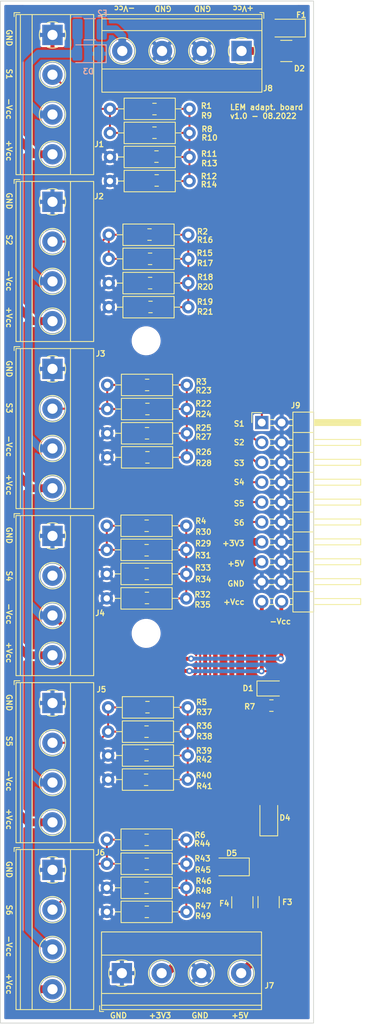
<source format=kicad_pcb>
(kicad_pcb (version 20211014) (generator pcbnew)
  (layers (0 "F.Cu" signal) (31 "B.Cu" signal) (34 "B.Paste" user) (35 "F.Paste" user) (36 "B.SilkS" user "B.Silkscreen") (37 "F.SilkS" user "F.Silkscreen") (38 "B.Mask" user) (39 "F.Mask" user) (44 "Edge.Cuts" user))
  (net 0 "")
  (net 1 "Net-(D1-Pad1)")
  (net 2 "+VCC")
  (net 3 "/S1")
  (net 4 "GND")
  (net 5 "-VCC")
  (net 6 "/S2")
  (net 7 "/S3")
  (net 8 "/S4")
  (net 9 "/S5")
  (net 10 "/S6")
  (net 11 "+3V3")
  (net 12 "+5V")
  (net 13 "-VDD")
  (net 14 "+VDD")
  (net 15 "+5VA")
  (net 16 "+3V3A")
  (net 17 "Net-(R1-Pad1)")
  (net 18 "Net-(R15-Pad1)")
  (net 19 "Net-(R22-Pad1)")
  (net 20 "Net-(R29-Pad1)")
  (net 21 "Net-(R36-Pad1)")
  (net 22 "Net-(R43-Pad1)")
  (footprint "Resistor_THT:R_Axial_DIN0207_L6.3mm_D2.5mm_P10.16mm_Horizontal" (layer "F.Cu") (at 48.5996 67.5386)
    (fp_text reference "R27")
    (fp_text value "DNP")
  )
  (footprint "Resistor_THT:R_Axial_DIN0207_L6.3mm_D2.5mm_P10.16mm_Horizontal" (layer "F.Cu") (at 48.7934 48.3616)
    (fp_text reference "R20")
    (fp_text value "DNP")
  )
  (footprint "Resistor_THT:R_Axial_DIN0207_L6.3mm_D2.5mm_P10.16mm_Horizontal" (layer "F.Cu") (at 58.7088 119.4308 180)
    (fp_text reference "R44")
    (fp_text value "DNP")
  )
  (footprint "TerminalBlock_Phoenix:TerminalBlock_Phoenix_MKDS-1,5-4-5.08_1x04_P5.08mm_Horizontal" (layer "F.Cu") (at 65.7606 18.7196 180)
    (fp_text reference "J8")
    (fp_text value "Conn_01x04")
  )
  (footprint "Resistor_SMD:R_1210_3225Metric_Pad1.30x2.65mm_HandSolder" (layer "F.Cu") (at 71.4756 18.7198)
    (fp_text reference "F1")
    (fp_text value "Polyfuse")
  )
  (footprint "Resistor_THT:R_Axial_DIN0207_L6.3mm_D2.5mm_P10.16mm_Horizontal" (layer "F.Cu") (at 48.9458 35.3314)
    (fp_text reference "R14")
    (fp_text value "DNP")
  )
  (footprint "Resistor_SMD:R_0805_2012Metric_Pad1.20x1.40mm_HandSolder" (layer "F.Cu") (at 54.9148 35.2552)
    (fp_text reference "R12")
    (fp_text value "DNP")
  )
  (footprint "Resistor_THT:R_Axial_DIN0207_L6.3mm_D2.5mm_P10.16mm_Horizontal" (layer "F.Cu") (at 48.7172 111.76)
    (fp_text reference "R41")
    (fp_text value "DNP")
  )
  (footprint "Resistor_SMD:R_0805_2012Metric_Pad1.20x1.40mm_HandSolder" (layer "F.Cu") (at 53.6194 105.6386 180)
    (fp_text reference "R36")
    (fp_text value "DNP")
  )
  (footprint "Resistor_THT:R_Axial_DIN0207_L6.3mm_D2.5mm_P10.16mm_Horizontal" (layer "F.Cu") (at 58.6994 79.3496 180)
    (fp_text reference "R30")
    (fp_text value "DNP")
  )
  (footprint "Resistor_THT:R_Axial_DIN0207_L6.3mm_D2.5mm_P10.16mm_Horizontal" (layer "F.Cu") (at 58.8772 102.5398 180)
    (fp_text reference "R37")
    (fp_text value "DNP")
  )
  (footprint "MountingHole:MountingHole_3.2mm_M3" (layer "F.Cu") (at 53.5686 55.7276)
    (fp_text reference "REF**" hide)
    (fp_text value "MountingHole_3.2mm_M3")
  )
  (footprint "Resistor_THT:R_Axial_DIN0207_L6.3mm_D2.5mm_P10.16mm_Horizontal" (layer "F.Cu") (at 48.5394 88.6206)
    (fp_text reference "R35")
    (fp_text value "DNP")
  )
  (footprint "Resistor_SMD:R_1210_3225Metric_Pad1.30x2.65mm_HandSolder" (layer "F.Cu") (at 69.215 127.4064 90)
    (fp_text reference "F3")
    (fp_text value "Polyfuse")
  )
  (footprint "Connector_PinHeader_2.54mm:PinHeader_2x10_P2.54mm_Horizontal" (layer "F.Cu") (at 68.3402 66.167)
    (fp_text reference "J9")
    (fp_text value "Conn_02x10_Odd_Even")
  )
  (footprint "Resistor_SMD:R_0805_2012Metric_Pad1.20x1.40mm_HandSolder" (layer "F.Cu") (at 54.6354 29.1592 180)
    (fp_text reference "R8")
    (fp_text value "DNP")
  )
  (footprint "Resistor_SMD:R_0805_2012Metric_Pad1.20x1.40mm_HandSolder" (layer "F.Cu") (at 53.6194 125.5776)
    (fp_text reference "R46")
    (fp_text value "DNP")
  )
  (footprint "Resistor_THT:R_Axial_DIN0207_L6.3mm_D2.5mm_P10.16mm_Horizontal" (layer "F.Cu") (at 48.5394 85.4964)
    (fp_text reference "R34")
    (fp_text value "DNP")
  )
  (footprint "Resistor_SMD:R_0805_2012Metric_Pad1.20x1.40mm_HandSolder" (layer "F.Cu") (at 53.6542 128.651)
    (fp_text reference "R47")
    (fp_text value "DNP")
  )
  (footprint "Resistor_SMD:R_0805_2012Metric_Pad1.20x1.40mm_HandSolder" (layer "F.Cu") (at 53.6288 82.4738 180)
    (fp_text reference "R29")
    (fp_text value "DNP")
  )
  (footprint "Resistor_SMD:R_0805_2012Metric" (layer "F.Cu") (at 69.5706 102.3112)
    (fp_text reference "R7")
    (fp_text value "TBD")
  )
  (footprint "Resistor_THT:R_Axial_DIN0207_L6.3mm_D2.5mm_P10.16mm_Horizontal" (layer "F.Cu") (at 48.5582 128.651)
    (fp_text reference "R49")
    (fp_text value "DNP")
  )
  (footprint "Resistor_THT:R_Axial_DIN0207_L6.3mm_D2.5mm_P10.16mm_Horizontal" (layer "F.Cu") (at 58.6994 82.423 180)
    (fp_text reference "R31")
    (fp_text value "DNP")
  )
  (footprint "Resistor_THT:R_Axial_DIN0207_L6.3mm_D2.5mm_P10.16mm_Horizontal" (layer "F.Cu") (at 48.7934 51.435)
    (fp_text reference "R21")
    (fp_text value "DNP")
  )
  (footprint "Diode_SMD:D_1206_3216Metric" (layer "F.Cu") (at 64.4652 122.9106 180)
    (fp_text reference "D5")
    (fp_text value "D_Zener")
  )
  (footprint "Resistor_SMD:R_0805_2012Metric_Pad1.20x1.40mm_HandSolder" (layer "F.Cu") (at 53.6956 61.3664 180)
    (fp_text reference "R3")
    (fp_text value "DNP")
  )
  (footprint "Resistor_SMD:R_1210_3225Metric_Pad1.30x2.65mm_HandSolder" (layer "F.Cu") (at 65.8622 127.4318 90)
    (fp_text reference "F4")
    (fp_text value "Polyfuse")
  )
  (footprint "Resistor_SMD:R_0805_2012Metric_Pad1.20x1.40mm_HandSolder" (layer "F.Cu") (at 54.0004 42.164 180)
    (fp_text reference "R2")
    (fp_text value "DNP")
  )
  (footprint "TerminalBlock_Phoenix:TerminalBlock_Phoenix_MKDS-1,5-4-5.08_1x04_P5.08mm_Horizontal" (layer "F.Cu") (at 41.6052 16.6718 -90)
    (fp_text reference "J1")
    (fp_text value "Conn_01x04")
  )
  (footprint "Resistor_SMD:R_0805_2012Metric_Pad1.20x1.40mm_HandSolder" (layer "F.Cu") (at 54.0766 45.2628 180)
    (fp_text reference "R15")
    (fp_text value "DNP")
  )
  (footprint "Resistor_SMD:R_0805_2012Metric_Pad1.20x1.40mm_HandSolder" (layer "F.Cu") (at 53.6194 108.6358)
    (fp_text reference "R39")
    (fp_text value "DNP")
  )
  (footprint "TerminalBlock_Phoenix:TerminalBlock_Phoenix_MKDS-1,5-4-5.08_1x04_P5.08mm_Horizontal" (layer "F.Cu") (at 41.6052 80.645 -90)
    (fp_text reference "J4")
    (fp_text value "Conn_01x04")
  )
  (footprint "Resistor_SMD:R_0805_2012Metric_Pad1.20x1.40mm_HandSolder" (layer "F.Cu") (at 53.6448 122.5296 180)
    (fp_text reference "R43")
    (fp_text value "DNP")
  )
  (footprint "Resistor_SMD:R_0805_2012Metric_Pad1.20x1.40mm_HandSolder" (layer "F.Cu") (at 53.7304 64.4398 180)
    (fp_text reference "R22")
    (fp_text value "DNP")
  )
  (footprint "TerminalBlock_Phoenix:TerminalBlock_Phoenix_MKDS-1,5-4-5.08_1x04_P5.08mm_Horizontal" (layer "F.Cu") (at 41.6052 123.2916 -90)
    (fp_text reference "J6")
    (fp_text value "Conn_01x04")
  )
  (footprint "Resistor_SMD:R_0805_2012Metric_Pad1.20x1.40mm_HandSolder" (layer "F.Cu") (at 54.1274 51.4096)
    (fp_text reference "R19")
    (fp_text value "DNP")
  )
  (footprint "Resistor_SMD:R_0805_2012Metric_Pad1.20x1.40mm_HandSolder" (layer "F.Cu") (at 53.6702 88.5698)
    (fp_text reference "R32")
    (fp_text value "DNP")
  )
  (footprint "TerminalBlock_Phoenix:TerminalBlock_Phoenix_MKDS-1,5-4-5.08_1x04_P5.08mm_Horizontal" (layer "F.Cu") (at 50.4698 136.4742)
    (fp_text reference "J7")
    (fp_text value "Conn_01x04")
  )
  (footprint "Resistor_THT:R_Axial_DIN0207_L6.3mm_D2.5mm_P10.16mm_Horizontal" (layer "F.Cu") (at 58.7596 61.3664 180)
    (fp_text reference "R23")
    (fp_text value "DNP")
  )
  (footprint "TerminalBlock_Phoenix:TerminalBlock_Phoenix_MKDS-1,5-4-5.08_1x04_P5.08mm_Horizontal" (layer "F.Cu") (at 41.6052 101.981 -90)
    (fp_text reference "J5")
    (fp_text value "Conn_01x04")
  )
  (footprint "Resistor_THT:R_Axial_DIN0207_L6.3mm_D2.5mm_P10.16mm_Horizontal" (layer "F.Cu") (at 59.1058 26.1112 180)
    (fp_text reference "R9")
    (fp_text value "DNP")
  )
  (footprint "Resistor_SMD:R_0805_2012Metric_Pad1.20x1.40mm_HandSolder" (layer "F.Cu") (at 53.7304 70.612)
    (fp_text reference "R26")
    (fp_text value "DNP")
  )
  (footprint "Resistor_SMD:R_0805_2012Metric_Pad1.20x1.40mm_HandSolder" (layer "F.Cu") (at 53.6448 85.4964)
    (fp_text reference "R33")
    (fp_text value "DNP")
  )
  (footprint "Resistor_THT:R_Axial_DIN0207_L6.3mm_D2.5mm_P10.16mm_Horizontal" (layer "F.Cu") (at 48.7172 108.6866)
    (fp_text reference "R42")
    (fp_text value "DNP")
  )
  (footprint "Resistor_SMD:R_0805_2012Metric_Pad1.20x1.40mm_HandSolder" (layer "F.Cu") (at 53.5686 111.7854)
    (fp_text reference "R40")
    (fp_text value "DNP")
  )
  (footprint "Resistor_SMD:R_0805_2012Metric_Pad1.20x1.40mm_HandSolder" (layer "F.Cu") (at 54.6354 26.1366 180)
    (fp_text reference "R1")
    (fp_text value "DNP")
  )
  (footprint "Resistor_SMD:R_0805_2012Metric_Pad1.20x1.40mm_HandSolder" (layer "F.Cu") (at 53.737 102.5144 180)
    (fp_text reference "R5")
    (fp_text value "DNP")
  )
  (footprint "Resistor_SMD:R_0805_2012Metric_Pad1.20x1.40mm_HandSolder" (layer "F.Cu") (at 54.8894 32.2072)
    (fp_text reference "R11")
    (fp_text value "DNP")
  )
  (footprint "Resistor_SMD:R_0805_2012Metric_Pad1.20x1.40mm_HandSolder" (layer "F.Cu") (at 53.6354 79.3496 180)
    (fp_text reference "R4")
    (fp_text value "DNP")
  )
  (footprint "Resistor_THT:R_Axial_DIN0207_L6.3mm_D2.5mm_P10.16mm_Horizontal" (layer "F.Cu") (at 58.7088 122.5042 180)
    (fp_text reference "R45")
    (fp_text value "DNP")
  )
  (footprint "Resistor_THT:R_Axial_DIN0207_L6.3mm_D2.5mm_P10.16mm_Horizontal" (layer "F.Cu") (at 58.8772 105.6386 180)
    (fp_text reference "R38")
    (fp_text value "DNP")
  )
  (footprint "Resistor_THT:R_Axial_DIN0207_L6.3mm_D2.5mm_P10.16mm_Horizontal" (layer "F.Cu") (at 58.9534 42.1894 180)
    (fp_text reference "R16")
    (fp_text value "DNP")
  )
  (footprint "Resistor_SMD:R_0805_2012Metric_Pad1.20x1.40mm_HandSolder" (layer "F.Cu") (at 54.0766 48.3616)
    (fp_text reference "R18")
    (fp_text value "DNP")
  )
  (footprint "Diode_SMD:D_1206_3216Metric" (layer "F.Cu") (at 71.631 15.7988 180)
    (fp_text reference "D2")
    (fp_text value "D_Zener")
  )
  (footprint "Resistor_SMD:R_0805_2012Metric_Pad1.20x1.40mm_HandSolder" (layer "F.Cu") (at 53.6796 67.5386)
    (fp_text reference "R25")
    (fp_text value "DNP")
  )
  (footprint "Resistor_THT:R_Axial_DIN0207_L6.3mm_D2.5mm_P10.16mm_Horizontal" (layer "F.Cu") (at 58.9534 45.2628 180)
    (fp_text reference "R17")
    (fp_text value "DNP")
  )
  (footprint "Diode_SMD:D_1206_3216Metric" (layer "F.Cu") (at 69.2404 116.6622 90)
    (fp_text reference "D4")
    (fp_text value "D_Zener")
  )
  (footprint "TerminalBlock_Phoenix:TerminalBlock_Phoenix_MKDS-1,5-4-5.08_1x04_P5.08mm_Horizontal" (layer "F.Cu") (at 41.6054 37.9824 -90)
    (fp_text reference "J2")
    (fp_text value "Conn_01x04")
  )
  (footprint "Resistor_THT:R_Axial_DIN0207_L6.3mm_D2.5mm_P10.16mm_Horizontal" (layer "F.Cu") (at 59.1058 29.1846 180)
    (fp_text reference "R10")
    (fp_text value "DNP")
  )
  (footprint "Resistor_THT:R_Axial_DIN0207_L6.3mm_D2.5mm_P10.16mm_Horizontal" (layer "F.Cu") (at 48.9458 32.258)
    (fp_text reference "R13")
    (fp_text value "DNP")
  )
  (footprint "Resistor_THT:R_Axial_DIN0207_L6.3mm_D2.5mm_P10.16mm_Horizontal" (layer "F.Cu") (at 48.607 70.612)
    (fp_text reference "R28")
    (fp_text value "DNP")
  )
  (footprint "MountingHole:MountingHole_3.2mm_M3" (layer "F.Cu") (at 53.5686 93.091)
    (fp_text reference "REF**" hide)
    (fp_text value "MountingHole_3.2mm_M3")
  )
  (footprint "Resistor_SMD:R_0805_2012Metric_Pad1.20x1.40mm_HandSolder" (layer "F.Cu") (at 53.6288 119.4562 180)
    (fp_text reference "R6")
    (fp_text value "DNP")
  )
  (footprint "Resistor_THT:R_Axial_DIN0207_L6.3mm_D2.5mm_P10.16mm_Horizontal" (layer "F.Cu") (at 48.5488 125.5776)
    (fp_text reference "R48")
    (fp_text value "DNP")
  )
  (footprint "LED_SMD:LED_0805_2012Metric_Pad1.15x1.40mm_HandSolder" (layer "F.Cu") (at 69.587 100.1268)
    (fp_text reference "D1")
    (fp_text value "LED")
  )
  (footprint "TerminalBlock_Phoenix:TerminalBlock_Phoenix_MKDS-1,5-4-5.08_1x04_P5.08mm_Horizontal" (layer "F.Cu") (at 41.6052 59.3184 -90)
    (fp_text reference "J3")
    (fp_text value "Conn_01x04")
  )
  (footprint "Resistor_THT:R_Axial_DIN0207_L6.3mm_D2.5mm_P10.16mm_Horizontal" (layer "F.Cu") (at 58.7596 64.4398 180)
    (fp_text reference "R24")
    (fp_text value "DNP")
  )
  (footprint "Resistor_SMD:R_1210_3225Metric_Pad1.30x2.65mm_HandSolder" (layer "B.Cu") (at 46.355 15.9512 180)
    (fp_text reference "F2")
    (fp_text value "Polyfuse")
  )
  (footprint "Diode_SMD:D_1206_3216Metric" (layer "B.Cu") (at 46.1772 19.0754 180)
    (fp_text reference "D3")
    (fp_text value "D_Zener")
  )
  (gr_rect (start 34.9504 142.8496) (end 74.9554 12.3444) (layer "Edge.Cuts") (width 0.1) (fill none))
  (gr_text "GND" (at 36.068 17.0434 270) (layer "F.SilkS") (effects (font (size 0.7 0.7))))
  (gr_text "S5" (at 65.451 76.5048) (layer "F.SilkS") (effects (font (size 0.7 0.7))))
  (gr_text "-Vcc" (at 36.068 48.0568 270) (layer "F.SilkS") (effects (font (size 0.7 0.7))))
  (gr_text "-Vcc" (at 36.068 69.1896 270) (layer "F.SilkS") (effects (font (size 0.7 0.7))))
  (gr_text "GND" (at 50.038 141.8844) (layer "F.SilkS") (effects (font (size 0.7 0.7))))
  (gr_text "+5V" (at 65.051 84.1756) (layer "F.SilkS") (effects (font (size 0.7 0.7))))
  (gr_text "GND" (at 36.068 123.2408 270) (layer "F.SilkS") (effects (font (size 0.7 0.7))))
  (gr_text "-Vcc" (at 50.8 13.3096 180) (layer "F.SilkS") (effects (font (size 0.7 0.7))))
  (gr_text "S1" (at 36.068 21.6662 270) (layer "F.SilkS") (effects (font (size 0.7 0.7))))
  (gr_text "S5" (at 36.068 106.8578 270) (layer "F.SilkS") (effects (font (size 0.7 0.7))))
  (gr_text "+Vcc" (at 36.068 95.5294 270) (layer "F.SilkS") (effects (font (size 0.7 0.7))))
  (gr_text "S4" (at 36.068 85.7758 270) (layer "F.SilkS") (effects (font (size 0.7 0.7))))
  (gr_text "+Vcc" (at 36.068 74.1172 270) (layer "F.SilkS") (effects (font (size 0.7 0.7))))
  (gr_text "+Vcc" (at 36.068 52.7304 270) (layer "F.SilkS") (effects (font (size 0.7 0.7))))
  (gr_text "-Vcc" (at 36.068 26.1112 270) (layer "F.SilkS") (effects (font (size 0.7 0.7))))
  (gr_text "-Vcc" (at 36.068 111.9124 270) (layer "F.SilkS") (effects (font (size 0.7 0.7))))
  (gr_text "S3" (at 36.068 64.3128 270) (layer "F.SilkS") (effects (font (size 0.7 0.7))))
  (gr_text "+Vcc" (at 36.068 116.8146 270) (layer "F.SilkS") (effects (font (size 0.7 0.7))))
  (gr_text "-Vcc" (at 70.7136 91.567) (layer "F.SilkS") (effects (font (size 0.7 0.7))))
  (gr_text "S1" (at 65.451 66.3194) (layer "F.SilkS") (effects (font (size 0.7 0.7))))
  (gr_text "GND" (at 36.068 59.309 270) (layer "F.SilkS") (effects (font (size 0.7 0.7))))
  (gr_text "GND" (at 36.068 37.8714 270) (layer "F.SilkS") (effects (font (size 0.7 0.7))))
  (gr_text "GND" (at 60.452 141.8844) (layer "F.SilkS") (effects (font (size 0.7 0.7))))
  (gr_text "S3" (at 65.451 71.3486) (layer "F.SilkS") (effects (font (size 0.7 0.7))))
  (gr_text "S4" (at 65.451 73.787) (layer "F.SilkS") (effects (font (size 0.7 0.7))))
  (gr_text "S6" (at 36.068 128.4224 270) (layer "F.SilkS") (effects (font (size 0.7 0.7))))
  (gr_text "-Vcc" (at 36.068 90.6018 270) (layer "F.SilkS") (effects (font (size 0.7 0.7))))
  (gr_text "+3V3" (at 55.3466 141.8844) (layer "F.SilkS") (effects (font (size 0.7 0.7))))
  (gr_text "GND" (at 36.068 101.9302 270) (layer "F.SilkS") (effects (font (size 0.7 0.7))))
  (gr_text "S6" (at 65.451 78.9686) (layer "F.SilkS") (effects (font (size 0.7 0.7))))
  (gr_text "+Vcc" (at 36.068 137.8458 270) (layer "F.SilkS") (effects (font (size 0.7 0.7))))
  (gr_text "+Vcc" (at 64.784333 89.0778) (layer "F.SilkS") (effects (font (size 0.7 0.7))))
  (gr_text "S2" (at 65.451 68.707) (layer "F.SilkS") (effects (font (size 0.7 0.7))))
  (gr_text "+3V3" (at 64.717667 81.5848) (layer "F.SilkS") (effects (font (size 0.7 0.7))))
  (gr_text "GND" (at 36.068 80.5688 270) (layer "F.SilkS") (effects (font (size 0.7 0.7))))
  (gr_text "-Vcc" (at 36.068 133.0452 270) (layer "F.SilkS") (effects (font (size 0.7 0.7))))
  (gr_text "+Vcc" (at 36.068 31.4452 270) (layer "F.SilkS") (effects (font (size 0.7 0.7))))
  (gr_text "S2" (at 36.068 42.8498 270) (layer "F.SilkS") (effects (font (size 0.7 0.7))))
  (gr_text "+5V" (at 65.5574 141.8844) (layer "F.SilkS") (effects (font (size 0.7 0.7))))
  (gr_text "GND" (at 65.051 86.741) (layer "F.SilkS") (effects (font (size 0.7 0.7))))
  (gr_text "LEM adapt. board\nv1.0 - 08.2022" (at 64.2112 26.4668) (layer "F.SilkS") (effects (font (size 0.7 0.7)) (justify left)))
  (gr_text "GND" (at 55.7276 13.3096 180) (layer "F.SilkS") (effects (font (size 0.7 0.7))))
  (gr_text "+Vcc" (at 65.9638 13.3096 180) (layer "F.SilkS") (effects (font (size 0.7 0.7))))
  (gr_text "GND" (at 60.7822 13.3096 180) (layer "F.SilkS") (effects (font (size 0.7 0.7))))
  (segment (start 68.562 102.2151) (end 68.6581 102.3112) (width 0.254) (layer "F.Cu") (net 1))
  (segment (start 68.562 100.1268) (end 68.562 102.2151) (width 0.254) (layer "F.Cu") (net 1))
  (segment (start 39.0746 53.2224) (end 37.1348 51.2826) (width 1) (layer "F.Cu") (net 2))
  (segment (start 41.6052 95.885) (end 38.4048 95.885) (width 1) (layer "F.Cu") (net 2))
  (segment (start 72.4154 13.6652) (end 38.4556 13.6652) (width 1) (layer "F.Cu") (net 2))
  (segment (start 41.6052 117.221) (end 38.481 117.221) (width 1) (layer "F.Cu") (net 2))
  (segment (start 73.031 15.7988) (end 73.031 14.2808) (width 1) (layer "F.Cu") (net 2))
  (segment (start 41.6052 74.5584) (end 38.9222 74.5584) (width 1) (layer "F.Cu") (net 2))
  (segment (start 68.3006 97.917) (end 70.2818 97.917) (width 0.254) (layer "F.Cu") (net 2))
  (segment (start 41.6052 31.9118) (end 39.2524 31.9118) (width 1) (layer "F.Cu") (net 2))
  (segment (start 37.1348 136.8552) (end 38.8112 138.5316) (width 1) (layer "F.Cu") (net 2))
  (segment (start 68.3006 97.917) (end 68.3402 97.8774) (width 0.5) (layer "F.Cu") (net 2))
  (segment (start 38.8112 138.5316) (end 41.6052 138.5316) (width 1) (layer "F.Cu") (net 2))
  (segment (start 41.6054 53.2224) (end 39.0746 53.2224) (width 1) (layer "F.Cu") (net 2))
  (segment (start 37.1348 51.2826) (end 37.1348 72.771) (width 1) (layer "F.Cu") (net 2))
  (segment (start 70.612 98.2472) (end 70.612 100.1268) (width 0.254) (layer "F.Cu") (net 2))
  (segment (start 73.0256 15.8042) (end 73.031 15.7988) (width 1) (layer "F.Cu") (net 2))
  (segment (start 37.1348 115.8748) (end 37.1348 136.8552) (width 1) (layer "F.Cu") (net 2))
  (segment (start 38.4556 13.6652) (end 37.1348 14.986) (width 1) (layer "F.Cu") (net 2))
  (segment (start 37.1348 72.771) (end 37.1348 94.615) (width 1) (layer "F.Cu") (net 2))
  (segment (start 37.1348 29.7942) (end 37.1348 51.2826) (width 1) (layer "F.Cu") (net 2))
  (segment (start 37.1348 14.986) (end 37.1348 29.7942) (width 1) (layer "F.Cu") (net 2))
  (segment (start 73.031 14.2808) (end 72.4154 13.6652) (width 1) (layer "F.Cu") (net 2))
  (segment (start 43.6118 97.8916) (end 41.6052 95.885) (width 0.5) (layer "F.Cu") (net 2))
  (segment (start 73.0256 18.7198) (end 73.0256 15.8042) (width 1) (layer "F.Cu") (net 2))
  (segment (start 38.9222 74.5584) (end 37.1348 72.771) (width 1) (layer "F.Cu") (net 2))
  (segment (start 59.1058 97.8916) (end 43.6118 97.8916) (width 0.5) (layer "F.Cu") (net 2))
  (segment (start 70.2818 97.917) (end 70.612 98.2472) (width 0.254) (layer "F.Cu") (net 2))
  (segment (start 39.2524 31.9118) (end 37.1348 29.7942) (width 1) (layer "F.Cu") (net 2))
  (segment (start 38.4048 95.885) (end 37.1348 94.615) (width 1) (layer "F.Cu") (net 2))
  (segment (start 37.1348 94.615) (end 37.1348 115.8748) (width 1) (layer "F.Cu") (net 2))
  (segment (start 38.481 117.221) (end 37.1348 115.8748) (width 1) (layer "F.Cu") (net 2))
  (segment (start 68.3402 97.8774) (end 68.3402 89.027) (width 0.5) (layer "F.Cu") (net 2))
  (via (at 68.3006 97.917) (size 0.8) (drill 0.4) (layers "F.Cu" "B.Cu") (net 2))
  (via (at 59.1058 97.8916) (size 0.8) (drill 0.4) (layers "F.Cu" "B.Cu") (net 2))
  (segment (start 68.3006 97.917) (end 59.1312 97.917) (width 0.5) (layer "B.Cu") (net 2))
  (segment (start 59.1312 97.917) (end 59.1058 97.8916) (width 0.5) (layer "B.Cu") (net 2))
  (segment (start 41.6052 21.7518) (end 45.9646 26.1112) (width 0.254) (layer "F.Cu") (net 3))
  (segment (start 68.3514 65.8876) (end 68.072 66.167) (width 0.254) (layer "F.Cu") (net 3))
  (segment (start 53.6354 26.1366) (end 53.6354 25.4094) (width 0.254) (layer "F.Cu") (net 3))
  (segment (start 53.6354 25.4094) (end 54.4322 24.6126) (width 0.254) (layer "F.Cu") (net 3))
  (segment (start 48.9458 26.1112) (end 48.9458 29.1846) (width 0.254) (layer "F.Cu") (net 3))
  (segment (start 48.9458 26.1112) (end 53.61 26.1112) (width 0.254) (layer "F.Cu") (net 3))
  (segment (start 54.4322 24.6126) (end 61.1378 24.6126) (width 0.254) (layer "F.Cu") (net 3))
  (segment (start 53.61 29.1846) (end 53.6354 29.1592) (width 0.254) (layer "F.Cu") (net 3))
  (segment (start 45.9646 26.1112) (end 48.9458 26.1112) (width 0.254) (layer "F.Cu") (net 3))
  (segment (start 53.61 26.1112) (end 53.6354 26.1366) (width 0.254) (layer "F.Cu") (net 3))
  (segment (start 48.9458 29.1846) (end 53.61 29.1846) (width 0.254) (layer "F.Cu") (net 3))
  (segment (start 61.1378 24.6126) (end 68.3514 31.8262) (width 0.254) (layer "F.Cu") (net 3))
  (segment (start 68.3514 31.8262) (end 68.3514 65.8876) (width 0.254) (layer "F.Cu") (net 3))
  (segment (start 41.672 16.7386) (end 41.6052 16.6718) (width 1) (layer "B.Cu") (net 4))
  (segment (start 59.2836 96.3422) (end 47.1424 96.3422) (width 0.5) (layer "F.Cu") (net 5))
  (segment (start 47.1424 96.3422) (end 41.6052 90.805) (width 0.5) (layer "F.Cu") (net 5))
  (segment (start 70.8406 96.2406) (end 70.8406 89.0666) (width 0.5) (layer "F.Cu") (net 5))
  (segment (start 59.309 96.3168) (end 59.2836 96.3422) (width 0.5) (layer "F.Cu") (net 5))
  (segment (start 70.7644 96.3168) (end 70.8406 96.2406) (width 0.5) (layer "F.Cu") (net 5))
  (segment (start 70.8406 89.0666) (end 70.8802 89.027) (width 0.5) (layer "F.Cu") (net 5))
  (via (at 70.7644 96.3168) (size 0.8) (drill 0.4) (layers "F.Cu" "B.Cu") (net 5))
  (via (at 59.309 96.3168) (size 0.8) (drill 0.4) (layers "F.Cu" "B.Cu") (net 5))
  (segment (start 44.805 19.0476) (end 44.7772 19.0754) (width 1) (layer "B.Cu") (net 5))
  (segment (start 70.7644 96.3168) (end 59.309 96.3168) (width 0.5) (layer "B.Cu") (net 5))
  (segment (start 38.5826 130.8608) (end 41.1734 133.4516) (width 1) (layer "B.Cu") (net 5))
  (segment (start 40.132 90.805) (end 38.5826 89.2556) (width 1) (layer "B.Cu") (net 5))
  (segment (start 39.8018 19.0754) (end 38.5826 20.2946) (width 1) (layer "B.Cu") (net 5))
  (segment (start 41.6052 69.4784) (end 40.0652 69.4784) (width 1) (layer "B.Cu") (net 5))
  (segment (start 38.5826 25.4) (end 38.5826 46.5582) (width 1) (layer "B.Cu") (net 5))
  (segment (start 41.6054 48.1424) (end 40.1668 48.1424) (width 1) (layer "B.Cu") (net 5))
  (segment (start 44.805 15.9512) (end 44.805 19.0476) (width 1) (layer "B.Cu") (net 5))
  (segment (start 38.5826 89.2556) (end 38.5826 110.617) (width 1) (layer "B.Cu") (net 5))
  (segment (start 38.5826 46.5582) (end 38.5826 67.9958) (width 1) (layer "B.Cu") (net 5))
  (segment (start 41.6052 90.805) (end 40.132 90.805) (width 1) (layer "B.Cu") (net 5))
  (segment (start 40.1066 112.141) (end 38.5826 110.617) (width 1) (layer "B.Cu") (net 5))
  (segment (start 38.5826 20.2946) (end 38.5826 25.4) (width 1) (layer "B.Cu") (net 5))
  (segment (start 44.7772 19.0754) (end 39.8018 19.0754) (width 1) (layer "B.Cu") (net 5))
  (segment (start 38.5826 67.9958) (end 38.5826 89.2556) (width 1) (layer "B.Cu") (net 5))
  (segment (start 41.6052 26.8318) (end 40.0144 26.8318) (width 1) (layer "B.Cu") (net 5))
  (segment (start 40.0144 26.8318) (end 38.5826 25.4) (width 1) (layer "B.Cu") (net 5))
  (segment (start 41.6052 112.141) (end 40.1066 112.141) (width 1) (layer "B.Cu") (net 5))
  (segment (start 40.1668 48.1424) (end 38.5826 46.5582) (width 1) (layer "B.Cu") (net 5))
  (segment (start 38.5826 110.617) (end 38.5826 130.8608) (width 1) (layer "B.Cu") (net 5))
  (segment (start 40.0652 69.4784) (end 38.5826 67.9958) (width 1) (layer "B.Cu") (net 5))
  (segment (start 41.1734 133.4516) (end 41.6052 133.4516) (width 1) (layer "B.Cu") (net 5))
  (segment (start 64.7446 44.196) (end 60.4774 39.9288) (width 0.254) (layer "F.Cu") (net 6))
  (segment (start 52.975 42.1894) (end 53.0004 42.164) (width 0.254) (layer "F.Cu") (net 6))
  (segment (start 41.6054 43.0624) (end 47.9204 43.0624) (width 0.254) (layer "F.Cu") (net 6))
  (segment (start 54.4576 39.9288) (end 53.0004 41.386) (width 0.254) (layer "F.Cu") (net 6))
  (segment (start 68.072 68.707) (end 67.8688 68.707) (width 0.254) (layer "F.Cu") (net 6))
  (segment (start 53.0766 45.2628) (end 48.7934 45.2628) (width 0.254) (layer "F.Cu") (net 6))
  (segment (start 48.7934 42.1894) (end 52.975 42.1894) (width 0.254) (layer "F.Cu") (net 6))
  (segment (start 64.7446 65.5828) (end 64.7446 44.196) (width 0.254) (layer "F.Cu") (net 6))
  (segment (start 48.7934 42.1894) (end 48.7934 45.2628) (width 0.254) (layer "F.Cu") (net 6))
  (segment (start 67.8688 68.707) (end 64.7446 65.5828) (width 0.254) (layer "F.Cu") (net 6))
  (segment (start 60.4774 39.9288) (end 54.4576 39.9288) (width 0.254) (layer "F.Cu") (net 6))
  (segment (start 47.9204 43.0624) (end 48.7934 42.1894) (width 0.254) (layer "F.Cu") (net 6))
  (segment (start 53.0004 41.386) (end 53.0004 42.164) (width 0.254) (layer "F.Cu") (net 6))
  (segment (start 48.5996 61.3664) (end 52.6956 61.3664) (width 0.254) (layer "F.Cu") (net 7))
  (segment (start 52.6956 60.8932) (end 52.6956 61.3664) (width 0.254) (layer "F.Cu") (net 7))
  (segment (start 62.0268 65.659) (end 62.0268 61.341) (width 0.254) (layer "F.Cu") (net 7))
  (segment (start 48.5582 64.3984) (end 48.5996 64.4398) (width 0.254) (layer "F.Cu") (net 7))
  (segment (start 60.198 59.5122) (end 54.0766 59.5122) (width 0.254) (layer "F.Cu") (net 7))
  (segment (start 41.6052 64.3984) (end 48.5582 64.3984) (width 0.254) (layer "F.Cu") (net 7))
  (segment (start 52.7304 61.4012) (end 52.6956 61.3664) (width 0.254) (layer "F.Cu") (net 7))
  (segment (start 54.0766 59.5122) (end 52.6956 60.8932) (width 0.254) (layer "F.Cu") (net 7))
  (segment (start 68.072 71.247) (end 67.6148 71.247) (width 0.254) (layer "F.Cu") (net 7))
  (segment (start 48.5996 61.3664) (end 48.5996 64.4398) (width 0.254) (layer "F.Cu") (net 7))
  (segment (start 62.0268 61.341) (end 60.198 59.5122) (width 0.254) (layer "F.Cu") (net 7))
  (segment (start 67.6148 71.247) (end 62.0268 65.659) (width 0.254) (layer "F.Cu") (net 7))
  (segment (start 52.7304 64.4398) (end 52.7304 61.4012) (width 0.254) (layer "F.Cu") (net 7))
  (segment (start 48.5996 64.4398) (end 52.7304 64.4398) (width 0.254) (layer "F.Cu") (net 7))
  (segment (start 48.5394 79.3496) (end 52.6354 79.3496) (width 0.254) (layer "F.Cu") (net 8))
  (segment (start 55.372 73.787) (end 52.6354 76.5236) (width 0.254) (layer "F.Cu") (net 8))
  (segment (start 41.6052 85.725) (end 44.9072 82.423) (width 0.254) (layer "F.Cu") (net 8))
  (segment (start 52.6354 82.4672) (end 52.6288 82.4738) (width 0.254) (layer "F.Cu") (net 8))
  (segment (start 52.6354 79.3496) (end 52.6354 82.4672) (width 0.254) (layer "F.Cu") (net 8))
  (segment (start 52.6288 82.4738) (end 52.578 82.423) (width 0.254) (layer "F.Cu") (net 8))
  (segment (start 68.072 73.787) (end 55.372 73.787) (width 0.254) (layer "F.Cu") (net 8))
  (segment (start 52.6354 76.5236) (end 52.6354 79.3496) (width 0.254) (layer "F.Cu") (net 8))
  (segment (start 44.9072 82.423) (end 48.5394 82.423) (width 0.254) (layer "F.Cu") (net 8))
  (segment (start 48.5394 79.3496) (end 48.5394 82.423) (width 0.254) (layer "F.Cu") (net 8))
  (segment (start 52.578 82.423) (end 48.5394 82.423) (width 0.254) (layer "F.Cu") (net 8))
  (segment (start 64.5414 76.327) (end 68.072 76.327) (width 0.254) (layer "F.Cu") (net 9))
  (segment (start 52.737 105.521) (end 52.6194 105.6386) (width 0.254) (layer "F.Cu") (net 9))
  (segment (start 41.6052 107.061) (end 47.2948 107.061) (width 0.254) (layer "F.Cu") (net 9))
  (segment (start 53.975 99.8474) (end 58.9788 99.8474) (width 0.254) (layer "F.Cu") (net 9))
  (segment (start 60.4774 98.3488) (end 60.4774 80.391) (width 0.254) (layer "F.Cu") (net 9))
  (segment (start 52.6194 105.6386) (end 48.7172 105.6386) (width 0.254) (layer "F.Cu") (net 9))
  (segment (start 52.737 101.0854) (end 53.975 99.8474) (width 0.254) (layer "F.Cu") (net 9))
  (segment (start 60.4774 80.391) (end 64.5414 76.327) (width 0.254) (layer "F.Cu") (net 9))
  (segment (start 58.9788 99.8474) (end 60.4774 98.3488) (width 0.254) (layer "F.Cu") (net 9))
  (segment (start 52.737 102.5144) (end 52.737 105.521) (width 0.254) (layer "F.Cu") (net 9))
  (segment (start 52.7116 102.5398) (end 52.737 102.5144) (width 0.254) (layer "F.Cu") (net 9))
  (segment (start 48.7172 102.5398) (end 52.7116 102.5398) (width 0.254) (layer "F.Cu") (net 9))
  (segment (start 52.737 102.5144) (end 52.737 101.0854) (width 0.254) (layer "F.Cu") (net 9))
  (segment (start 48.7172 105.6386) (end 48.7172 102.5398) (width 0.254) (layer "F.Cu") (net 9))
  (segment (start 47.2948 107.061) (end 48.7172 105.6386) (width 0.254) (layer "F.Cu") (net 9))
  (segment (start 66.4148 78.867) (end 68.072 78.867) (width 0.254) (layer "F.Cu") (net 10))
  (segment (start 47.4726 122.5042) (end 48.5488 122.5042) (width 0.254) (layer "F.Cu") (net 10))
  (segment (start 52.6034 119.4308) (end 52.6288 119.4562) (width 0.254) (layer "F.Cu") (net 10))
  (segment (start 60.4774 116.6114) (end 53.8734 116.6114) (width 0.254) (layer "F.Cu") (net 10))
  (segment (start 52.6288 117.856) (end 52.6288 119.4562) (width 0.254) (layer "F.Cu") (net 10))
  (segment (start 48.5488 119.4308) (end 48.5488 122.5042) (width 0.254) (layer "F.Cu") (net 10))
  (segment (start 53.8734 116.6114) (end 52.6288 117.856) (width 0.254) (layer "F.Cu") (net 10))
  (segment (start 52.6288 119.4562) (end 52.6448 119.4722) (width 0.254) (layer "F.Cu") (net 10))
  (segment (start 41.6052 128.3716) (end 47.4726 122.5042) (width 0.254) (layer "F.Cu") (net 10))
  (segment (start 61.7474 115.3414) (end 60.4774 116.6114) (width 0.254) (layer "F.Cu") (net 10))
  (segment (start 52.6194 122.5042) (end 48.5488 122.5042) (width 0.254) (layer "F.Cu") (net 10))
  (segment (start 52.6448 119.4722) (end 52.6448 122.5296) (width 0.254) (layer "F.Cu") (net 10))
  (segment (start 48.5488 119.4308) (end 52.6034 119.4308) (width 0.254) (layer "F.Cu") (net 10))
  (segment (start 52.6448 122.5296) (end 52.6194 122.5042) (width 0.254) (layer "F.Cu") (net 10))
  (segment (start 61.7474 83.5344) (end 66.4148 78.867) (width 0.254) (layer "F.Cu") (net 10))
  (segment (start 61.7474 83.5344) (end 61.7474 115.3414) (width 0.254) (layer "F.Cu") (net 10))
  (segment (start 65.8652 122.9106) (end 65.8652 125.8788) (width 1) (layer "F.Cu") (net 11))
  (segment (start 65.8652 121.3896) (end 63.4492 118.9736) (width 1) (layer "F.Cu") (net 11))
  (segment (start 65.8652 122.9106) (end 65.8652 121.3896) (width 1) (layer "F.Cu") (net 11))
  (segment (start 63.4492 85.0646) (end 67.1068 81.407) (width 1) (layer "F.Cu") (net 11))
  (segment (start 65.8652 125.8788) (end 65.8622 125.8818) (width 1) (layer "F.Cu") (net 11))
  (segment (start 63.4492 118.9736) (end 63.4492 85.0646) (width 1) (layer "F.Cu") (net 11))
  (segment (start 67.1068 81.407) (end 68.072 81.407) (width 1) (layer "F.Cu") (net 11))
  (segment (start 65.5828 85.7758) (end 67.4116 83.947) (width 1) (layer "F.Cu") (net 12))
  (segment (start 65.5828 117.5258) (end 65.5828 85.7758) (width 1) (layer "F.Cu") (net 12))
  (segment (start 69.2404 121.1326) (end 69.215 121.158) (width 1) (layer "F.Cu") (net 12))
  (segment (start 67.4116 83.947) (end 68.072 83.947) (width 1) (layer "F.Cu") (net 12))
  (segment (start 69.215 125.8564) (end 69.215 121.158) (width 1) (layer "F.Cu") (net 12))
  (segment (start 69.2404 118.0622) (end 69.2404 121.1326) (width 1) (layer "F.Cu") (net 12))
  (segment (start 69.215 121.158) (end 65.5828 117.5258) (width 1) (layer "F.Cu") (net 12))
  (segment (start 50.5206 16.8148) (end 50.5206 18.7196) (width 1) (layer "B.Cu") (net 13))
  (segment (start 47.905 15.9512) (end 49.657 15.9512) (width 1) (layer "B.Cu") (net 13))
  (segment (start 49.657 15.9512) (end 50.5206 16.8148) (width 1) (layer "B.Cu") (net 13))
  (segment (start 69.9254 18.7196) (end 69.9256 18.7198) (width 1) (layer "F.Cu") (net 14))
  (segment (start 65.7606 18.7196) (end 69.9254 18.7196) (width 1) (layer "F.Cu") (net 14))
  (segment (start 69.215 132.969) (end 65.7098 136.4742) (width 1) (layer "F.Cu") (net 15))
  (segment (start 69.215 128.9564) (end 69.215 132.969) (width 1) (layer "F.Cu") (net 15))
  (segment (start 65.8622 128.9818) (end 63.7026 128.9818) (width 1) (layer "F.Cu") (net 16))
  (segment (start 63.7026 128.9818) (end 56.2102 136.4742) (width 1) (layer "F.Cu") (net 16))
  (segment (start 56.2102 136.4742) (end 55.5498 136.4742) (width 1) (layer "F.Cu") (net 16))
  (segment (start 59.1058 32.258) (end 59.1058 35.3314) (width 0.254) (layer "F.Cu") (net 17))
  (segment (start 55.6608 29.1846) (end 59.1058 29.1846) (width 0.254) (layer "F.Cu") (net 17))
  (segment (start 55.991 35.3314) (end 59.1058 35.3314) (width 0.254) (layer "F.Cu") (net 17))
  (segment (start 55.6354 31.9532) (end 55.8894 32.2072) (width 0.254) (layer "F.Cu") (net 17))
  (segment (start 55.6354 29.1592) (end 55.6608 29.1846) (width 0.254) (layer "F.Cu") (net 17))
  (segment (start 55.9148 35.2552) (end 55.991 35.3314) (width 0.254) (layer "F.Cu") (net 17))
  (segment (start 55.9402 32.258) (end 59.1058 32.258) (width 0.254) (layer "F.Cu") (net 17))
  (segment (start 59.1058 26.1112) (end 59.1058 29.1846) (width 0.254) (layer "F.Cu") (net 17))
  (segment (start 59.1058 29.1846) (end 59.1058 32.258) (width 0.254) (layer "F.Cu") (net 17))
  (segment (start 55.8894 32.2072) (end 55.8894 35.2298) (width 0.254) (layer "F.Cu") (net 17))
  (segment (start 55.6354 29.1592) (end 55.6354 31.9532) (width 0.254) (layer "F.Cu") (net 17))
  (segment (start 55.8894 32.2072) (end 55.9402 32.258) (width 0.254) (layer "F.Cu") (net 17))
  (segment (start 55.8894 35.2298) (end 55.9148 35.2552) (width 0.254) (layer "F.Cu") (net 17))
  (segment (start 55.6608 26.1112) (end 59.1058 26.1112) (width 0.254) (layer "F.Cu") (net 17))
  (segment (start 55.6354 26.1366) (end 55.6608 26.1112) (width 0.254) (layer "F.Cu") (net 17))
  (segment (start 55.6354 26.1366) (end 55.6354 29.1592) (width 0.254) (layer "F.Cu") (net 17))
  (segment (start 58.9534 45.2628) (end 55.0766 45.2628) (width 0.254) (layer "F.Cu") (net 18))
  (segment (start 58.9534 45.2628) (end 58.9534 48.3616) (width 0.254) (layer "F.Cu") (net 18))
  (segment (start 55.0766 48.3616) (end 55.0766 51.3588) (width 0.254) (layer "F.Cu") (net 18))
  (segment (start 55.1528 51.435) (end 58.9534 51.435) (width 0.254) (layer "F.Cu") (net 18))
  (segment (start 55.0004 42.164) (end 55.0258 42.1894) (width 0.254) (layer "F.Cu") (net 18))
  (segment (start 55.0766 45.2628) (end 55.0766 48.3616) (width 0.254) (layer "F.Cu") (net 18))
  (segment (start 55.0004 45.1866) (end 55.0766 45.2628) (width 0.254) (layer "F.Cu") (net 18))
  (segment (start 58.9534 42.1894) (end 58.9534 45.2628) (width 0.254) (layer "F.Cu") (net 18))
  (segment (start 55.0766 51.3588) (end 55.1274 51.4096) (width 0.254) (layer "F.Cu") (net 18))
  (segment (start 55.0258 42.1894) (end 58.9534 42.1894) (width 0.254) (layer "F.Cu") (net 18))
  (segment (start 58.9534 48.3616) (end 58.9534 51.435) (width 0.254) (layer "F.Cu") (net 18))
  (segment (start 55.1274 51.4096) (end 55.1528 51.435) (width 0.254) (layer "F.Cu") (net 18))
  (segment (start 55.0766 48.3616) (end 58.9534 48.3616) (width 0.254) (layer "F.Cu") (net 18))
  (segment (start 55.0004 42.164) (end 55.0004 45.1866) (width 0.254) (layer "F.Cu") (net 18))
  (segment (start 58.767 70.612) (end 54.7304 70.612) (width 0.254) (layer "F.Cu") (net 19))
  (segment (start 54.6956 61.3664) (end 54.6956 64.405) (width 0.254) (layer "F.Cu") (net 19))
  (segment (start 54.6796 70.5612) (end 54.7304 70.612) (width 0.254) (layer "F.Cu") (net 19))
  (segment (start 54.7304 67.4878) (end 54.6796 67.5386) (width 0.254) (layer "F.Cu") (net 19))
  (segment (start 54.6956 61.3664) (end 58.7596 61.3664) (width 0.254) (layer "F.Cu") (net 19))
  (segment (start 58.7596 67.5386) (end 54.6796 67.5386) (width 0.254) (layer "F.Cu") (net 19))
  (segment (start 54.6796 67.5386) (end 54.6796 70.5612) (width 0.254) (layer "F.Cu") (net 19))
  (segment (start 58.7596 67.5386) (end 58.7596 70.6046) (width 0.254) (layer "F.Cu") (net 19))
  (segment (start 54.7304 64.4398) (end 54.7304 67.4878) (width 0.254) (layer "F.Cu") (net 19))
  (segment (start 58.7596 64.4398) (end 58.7596 67.5386) (width 0.254) (layer "F.Cu") (net 19))
  (segment (start 54.7304 64.4398) (end 58.7596 64.4398) (width 0.254) (layer "F.Cu") (net 19))
  (segment (start 58.7596 70.6046) (end 58.767 70.612) (width 0.254) (layer "F.Cu") (net 19))
  (segment (start 54.6956 64.405) (end 54.7304 64.4398) (width 0.254) (layer "F.Cu") (net 19))
  (segment (start 58.7596 64.4398) (end 58.7596 61.3664) (width 0.254) (layer "F.Cu") (net 19))
  (segment (start 54.6354 79.3496) (end 54.6354 82.4672) (width 0.254) (layer "F.Cu") (net 20))
  (segment (start 54.6448 88.5444) (end 54.6702 88.5698) (width 0.254) (layer "F.Cu") (net 20))
  (segment (start 54.6288 85.4804) (end 54.6448 85.4964) (width 0.254) (layer "F.Cu") (net 20))
  (segment (start 58.6994 82.423) (end 58.6994 79.3496) (width 0.254) (layer "F.Cu") (net 20))
  (segment (start 54.721 88.6206) (end 58.6994 88.6206) (width 0.254) (layer "F.Cu") (net 20))
  (segment (start 54.6702 88.5698) (end 54.721 88.6206) (width 0.254) (layer "F.Cu") (net 20))
  (segment (start 58.6994 88.6206) (end 58.6994 85.4964) (width 0.254) (layer "F.Cu") (net 20))
  (segment (start 54.6796 82.423) (end 58.6994 82.423) (width 0.254) (layer "F.Cu") (net 20))
  (segment (start 54.6354 79.3496) (end 58.6994 79.3496) (width 0.254) (layer "F.Cu") (net 20))
  (segment (start 58.6994 82.423) (end 58.6994 85.4964) (width 0.254) (layer "F.Cu") (net 20))
  (segment (start 54.6448 85.4964) (end 54.6448 88.5444) (width 0.254) (layer "F.Cu") (net 20))
  (segment (start 54.6288 82.4738) (end 54.6796 82.423) (width 0.254) (layer "F.Cu") (net 20))
  (segment (start 54.6288 82.4738) (end 54.6288 85.4804) (width 0.254) (layer "F.Cu") (net 20))
  (segment (start 58.6994 85.4964) (end 54.6448 85.4964) (width 0.254) (layer "F.Cu") (net 20))
  (segment (start 54.6354 82.4672) (end 54.6288 82.4738) (width 0.254) (layer "F.Cu") (net 20))
  (segment (start 54.6194 105.6386) (end 54.6194 108.6358) (width 0.254) (layer "F.Cu") (net 21))
  (segment (start 54.6194 108.6358) (end 54.6702 108.6866) (width 0.254) (layer "F.Cu") (net 21))
  (segment (start 54.6702 108.6866) (end 58.8772 108.6866) (width 0.254) (layer "F.Cu") (net 21))
  (segment (start 54.737 102.5144) (end 54.7624 102.5398) (width 0.254) (layer "F.Cu") (net 21))
  (segment (start 54.6194 111.7346) (end 54.5686 111.7854) (width 0.254) (layer "F.Cu") (net 21))
  (segment (start 58.8772 102.5398) (end 58.8772 105.6386) (width 0.254) (layer "F.Cu") (net 21))
  (segment (start 58.8772 105.6386) (end 58.8772 108.6866) (width 0.254) (layer "F.Cu") (net 21))
  (segment (start 58.8772 105.6386) (end 54.6194 105.6386) (width 0.254) (layer "F.Cu") (net 21))
  (segment (start 54.594 111.76) (end 54.5686 111.7854) (width 0.254) (layer "F.Cu") (net 21))
  (segment (start 54.6194 102.632) (end 54.6194 105.6386) (width 0.254) (layer "F.Cu") (net 21))
  (segment (start 58.8772 108.6866) (end 58.8772 111.76) (width 0.254) (layer "F.Cu") (net 21))
  (segment (start 54.737 102.5144) (end 54.6194 102.632) (width 0.254) (layer "F.Cu") (net 21))
  (segment (start 58.8772 111.76) (end 54.594 111.76) (width 0.254) (layer "F.Cu") (net 21))
  (segment (start 54.6194 108.6358) (end 54.6194 111.7346) (width 0.254) (layer "F.Cu") (net 21))
  (segment (start 54.7624 102.5398) (end 58.8772 102.5398) (width 0.254) (layer "F.Cu") (net 21))
  (segment (start 58.7182 128.651) (end 54.6542 128.651) (width 0.254) (layer "F.Cu") (net 22))
  (segment (start 58.7088 125.5776) (end 58.7088 128.6416) (width 0.254) (layer "F.Cu") (net 22))
  (segment (start 54.6448 122.5296) (end 54.6448 119.4722) (width 0.254) (layer "F.Cu") (net 22))
  (segment (start 54.6288 119.4562) (end 54.6542 119.4308) (width 0.254) (layer "F.Cu") (net 22))
  (segment (start 58.7088 128.6416) (end 58.7182 128.651) (width 0.254) (layer "F.Cu") (net 22))
  (segment (start 58.7088 119.4308) (end 58.7088 122.5042) (width 0.254) (layer "F.Cu") (net 22))
  (segment (start 54.6542 125.6124) (end 54.6194 125.5776) (width 0.254) (layer "F.Cu") (net 22))
  (segment (start 58.7088 122.5042) (end 58.7088 125.5776) (width 0.254) (layer "F.Cu") (net 22))
  (segment (start 54.6448 122.5296) (end 54.6702 122.5042) (width 0.254) (layer "F.Cu") (net 22))
  (segment (start 54.6542 119.4308) (end 58.7088 119.4308) (width 0.254) (layer "F.Cu") (net 22))
  (segment (start 54.6194 125.5776) (end 58.7088 125.5776) (width 0.254) (layer "F.Cu") (net 22))
  (segment (start 54.6194 125.5776) (end 54.6194 122.555) (width 0.254) (layer "F.Cu") (net 22))
  (segment (start 54.6448 119.4722) (end 54.6288 119.4562) (width 0.254) (layer "F.Cu") (net 22))
  (segment (start 54.6194 122.555) (end 54.6448 122.5296) (width 0.254) (layer "F.Cu") (net 22))
  (segment (start 54.6542 128.651) (end 54.6542 125.6124) (width 0.254) (layer "F.Cu") (net 22))
  (segment (start 54.6702 122.5042) (end 58.7088 122.5042) (width 0.254) (layer "F.Cu") (net 22))
  (zone (net 4) (net_name "GND") (layers F&B.Cu) (connect_pads (clearance 0.254)) (min_thickness 0.254) (fill yes (thermal_gap 0.254) (thermal_bridge_width 0.508))
    (polygon (pts (xy 74.9554 142.8496) (xy 34.9504 142.8496) (xy 34.9504 12.3444) (xy 74.9554 12.319)))
  )
)
</source>
